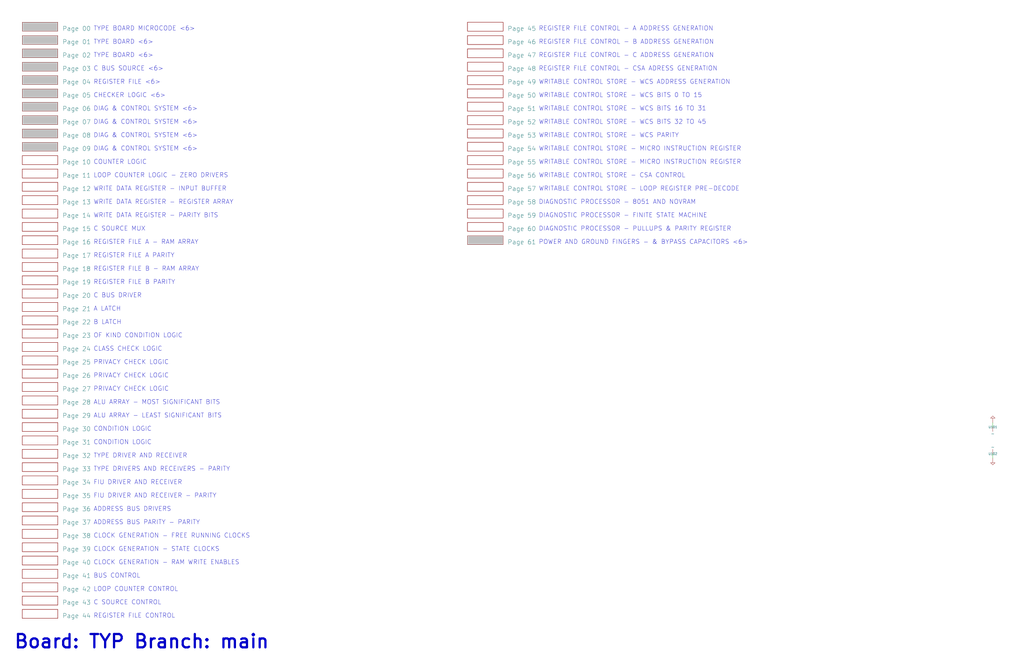
<source format=kicad_sch>
(kicad_sch (version 20220404) (generator eeschema)
  (paper "User" 584.2 378.46)
  (title_block (title "TYP Main"))
  (lib_symbols
    (symbol "r1000:PD" (power) (pin_numbers hide) (pin_names hide) (in_bom no)
      (symbol "PD_0_1"
        (polyline (pts (xy 0 -2.54) (xy 1.27 -2.54) (xy 0 -3.81) (xy -1.27 -2.54) (xy 0 -2.54)) (stroke (width 0.1524)))
      )
      (symbol "PD_1_1"
        (pin power_in line (at 0 0 270) (length 2.54) (name "PD") (number "1"))
      )
    )
    (symbol "r1000:PU" (power) (pin_numbers hide) (pin_names hide)
      (symbol "PU_0_1"
        (polyline (pts (xy 0 2.54) (xy -1.27 2.54) (xy 0 3.81) (xy 1.27 2.54) (xy 0 2.54)) (stroke (width 0.1524)))
      )
      (symbol "PU_1_1"
        (pin power_in line (at 0 0 90) (length 2.54) (name "PU") (number "1"))
      )
    )
    (symbol "r1000:Pull_Down" (pin_numbers hide) (pin_names hide)
      (property "Reference" "U" (at 0 0 0))
      (property "Value" "Pull_Down" (at 0 3.81 0))
      (symbol "Pull_Down_1_1"
        (pin power_out line (at 0 0 90) (length 2.54) (name "Out") (number "1"))
      )
    )
    (symbol "r1000:Pull_Up" (pin_numbers hide) (pin_names hide)
      (property "Reference" "U" (at 0 0 0))
      (property "Value" "Pull_Up" (at 0 -3.81 0))
      (symbol "Pull_Up_1_1"
        (pin power_out line (at 0 0 270) (length 2.54) (name "Out") (number "1"))
      )
    )
  )
  (wire (pts (xy 566.42 259.08) (xy 566.42 261.62)))
  (wire (pts (xy 566.42 241.3) (xy 566.42 243.84)))
  (text "CLOCK GENERATION - RAM WRITE ENABLES" (at 53.34 322.58 0) (effects (font (size 2.54 2.54)) (justify left bottom)))
  (text "TYPE DRIVER AND RECEIVER" (at 53.34 261.62 0) (effects (font (size 2.54 2.54)) (justify left bottom)))
  (text "TYPE BOARD <6>" (at 53.34 33.02 0) (effects (font (size 2.54 2.54)) (justify left bottom)))
  (text "LOOP COUNTER LOGIC - ZERO DRIVERS" (at 53.34 101.6 0) (effects (font (size 2.54 2.54)) (justify left bottom)))
  (text "OF KIND CONDITION LOGIC" (at 53.34 193.04 0) (effects (font (size 2.54 2.54)) (justify left bottom)))
  (text "FIU DRIVER AND RECEIVER - PARITY" (at 53.34 284.48 0) (effects (font (size 2.54 2.54)) (justify left bottom)))
  (text "CLASS CHECK LOGIC" (at 53.34 200.66 0) (effects (font (size 2.54 2.54)) (justify left bottom)))
  (text "CHECKER LOGIC <6>" (at 53.34 55.88 0) (effects (font (size 2.54 2.54)) (justify left bottom)))
  (text "REGISTER FILE B - RAM ARRAY" (at 53.34 154.94 0) (effects (font (size 2.54 2.54)) (justify left bottom)))
  (text "WRITE DATA REGISTER - PARITY BITS" (at 53.34 124.46 0) (effects (font (size 2.54 2.54)) (justify left bottom)))
  (text "CONDITION LOGIC" (at 53.34 246.38 0) (effects (font (size 2.54 2.54)) (justify left bottom)))
  (text "REGISTER FILE <6>" (at 53.34 48.26 0) (effects (font (size 2.54 2.54)) (justify left bottom)))
  (text "REGISTER FILE B PARITY" (at 53.34 162.56 0) (effects (font (size 2.54 2.54)) (justify left bottom)))
  (text "WRITABLE CONTROL STORE - WCS BITS 32 TO 45" (at 307.34 71.12 0) (effects (font (size 2.54 2.54)) (justify left bottom)))
  (text "WRITABLE CONTROL STORE - WCS PARITY" (at 307.34 78.74 0) (effects (font (size 2.54 2.54)) (justify left bottom)))
  (text "WRITABLE CONTROL STORE - MICRO INSTRUCTION REGISTER" (at 307.34 93.98 0) (effects (font (size 2.54 2.54)) (justify left bottom)))
  (text "REGISTER FILE A - RAM ARRAY" (at 53.34 139.7 0) (effects (font (size 2.54 2.54)) (justify left bottom)))
  (text "BUS CONTROL" (at 53.34 330.2 0) (effects (font (size 2.54 2.54)) (justify left bottom)))
  (text "TYPE DRIVERS AND RECEIVERS - PARITY" (at 53.34 269.24 0) (effects (font (size 2.54 2.54)) (justify left bottom)))
  (text "WRITABLE CONTROL STORE - WCS BITS 0 TO 15" (at 307.34 55.88 0) (effects (font (size 2.54 2.54)) (justify left bottom)))
  (text "COUNTER LOGIC" (at 53.34 93.98 0) (effects (font (size 2.54 2.54)) (justify left bottom)))
  (text "WRITE DATA REGISTER - INPUT BUFFER" (at 53.34 109.22 0) (effects (font (size 2.54 2.54)) (justify left bottom)))
  (text "REGISTER FILE CONTROL - CSA ADRESS GENERATION" (at 307.34 40.64 0) (effects (font (size 2.54 2.54)) (justify left bottom)))
  (text "REGISTER FILE CONTROL" (at 53.34 353.06 0) (effects (font (size 2.54 2.54)) (justify left bottom)))
  (text "TYPE BOARD MICROCODE <6>" (at 53.34 17.78 0) (effects (font (size 2.54 2.54)) (justify left bottom)))
  (text "C SOURCE CONTROL" (at 53.34 345.44 0) (effects (font (size 2.54 2.54)) (justify left bottom)))
  (text "POWER AND GROUND FINGERS - & BYPASS CAPACITORS <6>" (at 307.34 139.7 0) (effects (font (size 2.54 2.54)) (justify left bottom)))
  (text "WRITABLE CONTROL STORE - WCS ADDRESS GENERATION" (at 307.34 48.26 0) (effects (font (size 2.54 2.54)) (justify left bottom)))
  (text "A LATCH" (at 53.34 177.8 0) (effects (font (size 2.54 2.54)) (justify left bottom)))
  (text "REGISTER FILE CONTROL - C ADDRESS GENERATION" (at 307.34 33.02 0) (effects (font (size 2.54 2.54)) (justify left bottom)))
  (text "DIAG & CONTROL SYSTEM <6>" (at 53.34 78.74 0) (effects (font (size 2.54 2.54)) (justify left bottom)))
  (text "WRITABLE CONTROL STORE - MICRO INSTRUCTION REGISTER" (at 307.34 86.36 0) (effects (font (size 2.54 2.54)) (justify left bottom)))
  (text "WRITABLE CONTROL STORE - WCS BITS 16 TO 31" (at 307.34 63.5 0) (effects (font (size 2.54 2.54)) (justify left bottom)))
  (text "CLOCK GENERATION - FREE RUNNING CLOCKS" (at 53.34 307.34 0) (effects (font (size 2.54 2.54)) (justify left bottom)))
  (text "DIAG & CONTROL SYSTEM <6>" (at 53.34 63.5 0) (effects (font (size 2.54 2.54)) (justify left bottom)))
  (text "ADDRESS BUS PARITY - PARITY" (at 53.34 299.72 0) (effects (font (size 2.54 2.54)) (justify left bottom)))
  (text "C BUS DRIVER" (at 53.34 170.18 0) (effects (font (size 2.54 2.54)) (justify left bottom)))
  (text "DIAGNOSTIC PROCESSOR - PULLUPS & PARITY REGISTER" (at 307.34 132.08 0) (effects (font (size 2.54 2.54)) (justify left bottom)))
  (text "LOOP COUNTER CONTROL" (at 53.34 337.82 0) (effects (font (size 2.54 2.54)) (justify left bottom)))
  (text "ALU ARRAY - LEAST SIGNIFICANT BITS" (at 53.34 238.76 0) (effects (font (size 2.54 2.54)) (justify left bottom)))
  (text "DIAGNOSTIC PROCESSOR - FINITE STATE MACHINE" (at 307.34 124.46 0) (effects (font (size 2.54 2.54)) (justify left bottom)))
  (text "PRIVACY CHECK LOGIC" (at 53.34 208.28 0) (effects (font (size 2.54 2.54)) (justify left bottom)))
  (text "DIAG & CONTROL SYSTEM <6>" (at 53.34 71.12 0) (effects (font (size 2.54 2.54)) (justify left bottom)))
  (text "B LATCH" (at 53.34 185.42 0) (effects (font (size 2.54 2.54)) (justify left bottom)))
  (text "CLOCK GENERATION - STATE CLOCKS" (at 53.34 314.96 0) (effects (font (size 2.54 2.54)) (justify left bottom)))
  (text "TYPE BOARD <6>" (at 53.34 25.4 0) (effects (font (size 2.54 2.54)) (justify left bottom)))
  (text "REGISTER FILE CONTROL - B ADDRESS GENERATION" (at 307.34 25.4 0) (effects (font (size 2.54 2.54)) (justify left bottom)))
  (text "WRITE DATA REGISTER - REGISTER ARRAY" (at 53.34 116.84 0) (effects (font (size 2.54 2.54)) (justify left bottom)))
  (text "PRIVACY CHECK LOGIC" (at 53.34 223.52 0) (effects (font (size 2.54 2.54)) (justify left bottom)))
  (text "ADDRESS BUS DRIVERS" (at 53.34 292.1 0) (effects (font (size 2.54 2.54)) (justify left bottom)))
  (text "C BUS SOURCE <6>" (at 53.34 40.64 0) (effects (font (size 2.54 2.54)) (justify left bottom)))
  (text "Board: TYP Branch: main" (at 7.62 370.84 0) (effects (font (size 7.62 7.62) (thickness 1.27) bold) (justify left bottom)))
  (text "FIU DRIVER AND RECEIVER" (at 53.34 276.86 0) (effects (font (size 2.54 2.54)) (justify left bottom)))
  (text "DIAG & CONTROL SYSTEM <6>" (at 53.34 86.36 0) (effects (font (size 2.54 2.54)) (justify left bottom)))
  (text "WRITABLE CONTROL STORE - LOOP REGISTER PRE-DECODE" (at 307.34 109.22 0) (effects (font (size 2.54 2.54)) (justify left bottom)))
  (text "C SOURCE MUX" (at 53.34 132.08 0) (effects (font (size 2.54 2.54)) (justify left bottom)))
  (text "PRIVACY CHECK LOGIC" (at 53.34 215.9 0) (effects (font (size 2.54 2.54)) (justify left bottom)))
  (text "DIAGNOSTIC PROCESSOR - 8051 AND NOVRAM" (at 307.34 116.84 0) (effects (font (size 2.54 2.54)) (justify left bottom)))
  (text "WRITABLE CONTROL STORE - CSA CONTROL" (at 307.34 101.6 0) (effects (font (size 2.54 2.54)) (justify left bottom)))
  (text "REGISTER FILE A PARITY" (at 53.34 147.32 0) (effects (font (size 2.54 2.54)) (justify left bottom)))
  (text "ALU ARRAY - MOST SIGNIFICANT BITS" (at 53.34 231.14 0) (effects (font (size 2.54 2.54)) (justify left bottom)))
  (text "CONDITION LOGIC" (at 53.34 254 0) (effects (font (size 2.54 2.54)) (justify left bottom)))
  (text "REGISTER FILE CONTROL - A ADDRESS GENERATION" (at 307.34 17.78 0) (effects (font (size 2.54 2.54)) (justify left bottom)))
  (symbol (lib_id "r1000:PD") (at 566.42 261.62 0) (unit 1) (in_bom no)
    (default_instance (reference "U") (unit 1) (value "") (footprint ""))
    (property "Reference" "#PWR0102" (effects hide))
  )
  (symbol (lib_id "r1000:Pull_Up") (at 566.42 243.84 0) (unit 1)
    (default_instance (reference "U") (unit 1) (value "") (footprint ""))
    (property "Reference" "U101" (at 566.42 243.84 0))
    (property "Value" "~" (at 566.42 247.65 0) (effects (font (size 2.54 2.54))))
  )
  (symbol (lib_id "r1000:Pull_Down") (at 566.42 259.08 0) (unit 1)
    (default_instance (reference "U") (unit 1) (value "") (footprint ""))
    (property "Reference" "U102" (at 566.42 259.08 0))
    (property "Value" "~" (at 566.42 255.27 0) (effects (font (size 2.54 2.54))))
  )
  (symbol (lib_id "r1000:PU") (at 566.42 241.3 0) (unit 1)
    (default_instance (reference "U") (unit 1) (value "") (footprint ""))
    (property "Reference" "#PWR0101" (effects hide))
  )
  (sheet (at 266.7 81.28) (size 20.32 5.08)
    (property "Sheetname" "Page 54" (at 289.56 86.36 0) (effects (font (size 2.54 2.54)) (justify left bottom)))
    (property "Sheetfile" "pg_54.kicad_sch" (effects hide))
  )
  (sheet (at 12.7 218.44) (size 20.32 5.08)
    (property "Sheetname" "Page 27" (at 35.56 223.52 0) (effects (font (size 2.54 2.54)) (justify left bottom)))
    (property "Sheetfile" "pg_27.kicad_sch" (effects hide))
  )
  (sheet (at 12.7 241.3) (size 20.32 5.08)
    (property "Sheetname" "Page 30" (at 35.56 246.38 0) (effects (font (size 2.54 2.54)) (justify left bottom)))
    (property "Sheetfile" "pg_30.kicad_sch" (effects hide))
  )
  (sheet (at 12.7 347.98) (size 20.32 5.08)
    (property "Sheetname" "Page 44" (at 35.56 353.06 0) (effects (font (size 2.54 2.54)) (justify left bottom)))
    (property "Sheetfile" "pg_44.kicad_sch" (effects hide))
  )
  (sheet (at 266.7 27.94) (size 20.32 5.08)
    (property "Sheetname" "Page 47" (at 289.56 33.02 0) (effects (font (size 2.54 2.54)) (justify left bottom)))
    (property "Sheetfile" "pg_47.kicad_sch" (effects hide))
  )
  (sheet (at 12.7 309.88) (size 20.32 5.08)
    (property "Sheetname" "Page 39" (at 35.56 314.96 0) (effects (font (size 2.54 2.54)) (justify left bottom)))
    (property "Sheetfile" "pg_39.kicad_sch" (effects hide))
  )
  (sheet (at 266.7 96.52) (size 20.32 5.08)
    (property "Sheetname" "Page 56" (at 289.56 101.6 0) (effects (font (size 2.54 2.54)) (justify left bottom)))
    (property "Sheetfile" "pg_56.kicad_sch" (effects hide))
  )
  (sheet (at 12.7 104.14) (size 20.32 5.08)
    (property "Sheetname" "Page 12" (at 35.56 109.22 0) (effects (font (size 2.54 2.54)) (justify left bottom)))
    (property "Sheetfile" "pg_12.kicad_sch" (effects hide))
  )
  (sheet (at 12.7 35.56) (size 20.32 5.08) (fill (color 192 192 192 1.0000))
    (property "Sheetname" "Page 03" (at 35.56 40.64 0) (effects (font (size 2.54 2.54)) (justify left bottom)))
    (property "Sheetfile" "pg_03.kicad_sch" (effects hide))
  )
  (sheet (at 266.7 50.8) (size 20.32 5.08)
    (property "Sheetname" "Page 50" (at 289.56 55.88 0) (effects (font (size 2.54 2.54)) (justify left bottom)))
    (property "Sheetfile" "pg_50.kicad_sch" (effects hide))
  )
  (sheet (at 266.7 35.56) (size 20.32 5.08)
    (property "Sheetname" "Page 48" (at 289.56 40.64 0) (effects (font (size 2.54 2.54)) (justify left bottom)))
    (property "Sheetfile" "pg_48.kicad_sch" (effects hide))
  )
  (sheet (at 12.7 157.48) (size 20.32 5.08)
    (property "Sheetname" "Page 19" (at 35.56 162.56 0) (effects (font (size 2.54 2.54)) (justify left bottom)))
    (property "Sheetfile" "pg_19.kicad_sch" (effects hide))
  )
  (sheet (at 12.7 317.5) (size 20.32 5.08)
    (property "Sheetname" "Page 40" (at 35.56 322.58 0) (effects (font (size 2.54 2.54)) (justify left bottom)))
    (property "Sheetfile" "pg_40.kicad_sch" (effects hide))
  )
  (sheet (at 266.7 104.14) (size 20.32 5.08)
    (property "Sheetname" "Page 57" (at 289.56 109.22 0) (effects (font (size 2.54 2.54)) (justify left bottom)))
    (property "Sheetfile" "pg_57.kicad_sch" (effects hide))
  )
  (sheet (at 266.7 88.9) (size 20.32 5.08)
    (property "Sheetname" "Page 55" (at 289.56 93.98 0) (effects (font (size 2.54 2.54)) (justify left bottom)))
    (property "Sheetfile" "pg_55.kicad_sch" (effects hide))
  )
  (sheet (at 12.7 203.2) (size 20.32 5.08)
    (property "Sheetname" "Page 25" (at 35.56 208.28 0) (effects (font (size 2.54 2.54)) (justify left bottom)))
    (property "Sheetfile" "pg_25.kicad_sch" (effects hide))
  )
  (sheet (at 266.7 73.66) (size 20.32 5.08)
    (property "Sheetname" "Page 53" (at 289.56 78.74 0) (effects (font (size 2.54 2.54)) (justify left bottom)))
    (property "Sheetfile" "pg_53.kicad_sch" (effects hide))
  )
  (sheet (at 12.7 81.28) (size 20.32 5.08) (fill (color 192 192 192 1.0000))
    (property "Sheetname" "Page 09" (at 35.56 86.36 0) (effects (font (size 2.54 2.54)) (justify left bottom)))
    (property "Sheetfile" "pg_09.kicad_sch" (effects hide))
  )
  (sheet (at 12.7 172.72) (size 20.32 5.08)
    (property "Sheetname" "Page 21" (at 35.56 177.8 0) (effects (font (size 2.54 2.54)) (justify left bottom)))
    (property "Sheetfile" "pg_21.kicad_sch" (effects hide))
  )
  (sheet (at 266.7 20.32) (size 20.32 5.08)
    (property "Sheetname" "Page 46" (at 289.56 25.4 0) (effects (font (size 2.54 2.54)) (justify left bottom)))
    (property "Sheetfile" "pg_46.kicad_sch" (effects hide))
  )
  (sheet (at 12.7 302.26) (size 20.32 5.08)
    (property "Sheetname" "Page 38" (at 35.56 307.34 0) (effects (font (size 2.54 2.54)) (justify left bottom)))
    (property "Sheetfile" "pg_38.kicad_sch" (effects hide))
  )
  (sheet (at 12.7 279.4) (size 20.32 5.08)
    (property "Sheetname" "Page 35" (at 35.56 284.48 0) (effects (font (size 2.54 2.54)) (justify left bottom)))
    (property "Sheetfile" "pg_35.kicad_sch" (effects hide))
  )
  (sheet (at 12.7 88.9) (size 20.32 5.08)
    (property "Sheetname" "Page 10" (at 35.56 93.98 0) (effects (font (size 2.54 2.54)) (justify left bottom)))
    (property "Sheetfile" "pg_10.kicad_sch" (effects hide))
  )
  (sheet (at 12.7 50.8) (size 20.32 5.08) (fill (color 192 192 192 1.0000))
    (property "Sheetname" "Page 05" (at 35.56 55.88 0) (effects (font (size 2.54 2.54)) (justify left bottom)))
    (property "Sheetfile" "pg_05.kicad_sch" (effects hide))
  )
  (sheet (at 12.7 165.1) (size 20.32 5.08)
    (property "Sheetname" "Page 20" (at 35.56 170.18 0) (effects (font (size 2.54 2.54)) (justify left bottom)))
    (property "Sheetfile" "pg_20.kicad_sch" (effects hide))
  )
  (sheet (at 12.7 12.7) (size 20.32 5.08) (fill (color 192 192 192 1.0000))
    (property "Sheetname" "Page 00" (at 35.56 17.78 0) (effects (font (size 2.54 2.54)) (justify left bottom)))
    (property "Sheetfile" "pg_00.kicad_sch" (effects hide))
  )
  (sheet (at 12.7 294.64) (size 20.32 5.08)
    (property "Sheetname" "Page 37" (at 35.56 299.72 0) (effects (font (size 2.54 2.54)) (justify left bottom)))
    (property "Sheetfile" "pg_37.kicad_sch" (effects hide))
  )
  (sheet (at 266.7 119.38) (size 20.32 5.08)
    (property "Sheetname" "Page 59" (at 289.56 124.46 0) (effects (font (size 2.54 2.54)) (justify left bottom)))
    (property "Sheetfile" "pg_59.kicad_sch" (effects hide))
  )
  (sheet (at 12.7 127) (size 20.32 5.08)
    (property "Sheetname" "Page 15" (at 35.56 132.08 0) (effects (font (size 2.54 2.54)) (justify left bottom)))
    (property "Sheetfile" "pg_15.kicad_sch" (effects hide))
  )
  (sheet (at 266.7 134.62) (size 20.32 5.08) (fill (color 192 192 192 1.0000))
    (property "Sheetname" "Page 61" (at 289.56 139.7 0) (effects (font (size 2.54 2.54)) (justify left bottom)))
    (property "Sheetfile" "pg_61.kicad_sch" (effects hide))
  )
  (sheet (at 12.7 187.96) (size 20.32 5.08)
    (property "Sheetname" "Page 23" (at 35.56 193.04 0) (effects (font (size 2.54 2.54)) (justify left bottom)))
    (property "Sheetfile" "pg_23.kicad_sch" (effects hide))
  )
  (sheet (at 12.7 340.36) (size 20.32 5.08)
    (property "Sheetname" "Page 43" (at 35.56 345.44 0) (effects (font (size 2.54 2.54)) (justify left bottom)))
    (property "Sheetfile" "pg_43.kicad_sch" (effects hide))
  )
  (sheet (at 266.7 127) (size 20.32 5.08)
    (property "Sheetname" "Page 60" (at 289.56 132.08 0) (effects (font (size 2.54 2.54)) (justify left bottom)))
    (property "Sheetfile" "pg_60.kicad_sch" (effects hide))
  )
  (sheet (at 266.7 111.76) (size 20.32 5.08)
    (property "Sheetname" "Page 58" (at 289.56 116.84 0) (effects (font (size 2.54 2.54)) (justify left bottom)))
    (property "Sheetfile" "pg_58.kicad_sch" (effects hide))
  )
  (sheet (at 12.7 332.74) (size 20.32 5.08)
    (property "Sheetname" "Page 42" (at 35.56 337.82 0) (effects (font (size 2.54 2.54)) (justify left bottom)))
    (property "Sheetfile" "pg_42.kicad_sch" (effects hide))
  )
  (sheet (at 12.7 180.34) (size 20.32 5.08)
    (property "Sheetname" "Page 22" (at 35.56 185.42 0) (effects (font (size 2.54 2.54)) (justify left bottom)))
    (property "Sheetfile" "pg_22.kicad_sch" (effects hide))
  )
  (sheet (at 12.7 20.32) (size 20.32 5.08) (fill (color 192 192 192 1.0000))
    (property "Sheetname" "Page 01" (at 35.56 25.4 0) (effects (font (size 2.54 2.54)) (justify left bottom)))
    (property "Sheetfile" "pg_01.kicad_sch" (effects hide))
  )
  (sheet (at 12.7 58.42) (size 20.32 5.08) (fill (color 192 192 192 1.0000))
    (property "Sheetname" "Page 06" (at 35.56 63.5 0) (effects (font (size 2.54 2.54)) (justify left bottom)))
    (property "Sheetfile" "pg_06.kicad_sch" (effects hide))
  )
  (sheet (at 12.7 27.94) (size 20.32 5.08) (fill (color 192 192 192 1.0000))
    (property "Sheetname" "Page 02" (at 35.56 33.02 0) (effects (font (size 2.54 2.54)) (justify left bottom)))
    (property "Sheetfile" "pg_02.kicad_sch" (effects hide))
  )
  (sheet (at 12.7 256.54) (size 20.32 5.08)
    (property "Sheetname" "Page 32" (at 35.56 261.62 0) (effects (font (size 2.54 2.54)) (justify left bottom)))
    (property "Sheetfile" "pg_32.kicad_sch" (effects hide))
  )
  (sheet (at 12.7 287.02) (size 20.32 5.08)
    (property "Sheetname" "Page 36" (at 35.56 292.1 0) (effects (font (size 2.54 2.54)) (justify left bottom)))
    (property "Sheetfile" "pg_36.kicad_sch" (effects hide))
  )
  (sheet (at 12.7 149.86) (size 20.32 5.08)
    (property "Sheetname" "Page 18" (at 35.56 154.94 0) (effects (font (size 2.54 2.54)) (justify left bottom)))
    (property "Sheetfile" "pg_18.kicad_sch" (effects hide))
  )
  (sheet (at 266.7 43.18) (size 20.32 5.08)
    (property "Sheetname" "Page 49" (at 289.56 48.26 0) (effects (font (size 2.54 2.54)) (justify left bottom)))
    (property "Sheetfile" "pg_49.kicad_sch" (effects hide))
  )
  (sheet (at 266.7 66.04) (size 20.32 5.08)
    (property "Sheetname" "Page 52" (at 289.56 71.12 0) (effects (font (size 2.54 2.54)) (justify left bottom)))
    (property "Sheetfile" "pg_52.kicad_sch" (effects hide))
  )
  (sheet (at 12.7 195.58) (size 20.32 5.08)
    (property "Sheetname" "Page 24" (at 35.56 200.66 0) (effects (font (size 2.54 2.54)) (justify left bottom)))
    (property "Sheetfile" "pg_24.kicad_sch" (effects hide))
  )
  (sheet (at 12.7 142.24) (size 20.32 5.08)
    (property "Sheetname" "Page 17" (at 35.56 147.32 0) (effects (font (size 2.54 2.54)) (justify left bottom)))
    (property "Sheetfile" "pg_17.kicad_sch" (effects hide))
  )
  (sheet (at 12.7 66.04) (size 20.32 5.08) (fill (color 192 192 192 1.0000))
    (property "Sheetname" "Page 07" (at 35.56 71.12 0) (effects (font (size 2.54 2.54)) (justify left bottom)))
    (property "Sheetfile" "pg_07.kicad_sch" (effects hide))
  )
  (sheet (at 12.7 111.76) (size 20.32 5.08)
    (property "Sheetname" "Page 13" (at 35.56 116.84 0) (effects (font (size 2.54 2.54)) (justify left bottom)))
    (property "Sheetfile" "pg_13.kicad_sch" (effects hide))
  )
  (sheet (at 266.7 12.7) (size 20.32 5.08)
    (property "Sheetname" "Page 45" (at 289.56 17.78 0) (effects (font (size 2.54 2.54)) (justify left bottom)))
    (property "Sheetfile" "pg_45.kicad_sch" (effects hide))
  )
  (sheet (at 12.7 248.92) (size 20.32 5.08)
    (property "Sheetname" "Page 31" (at 35.56 254 0) (effects (font (size 2.54 2.54)) (justify left bottom)))
    (property "Sheetfile" "pg_31.kicad_sch" (effects hide))
  )
  (sheet (at 12.7 271.78) (size 20.32 5.08)
    (property "Sheetname" "Page 34" (at 35.56 276.86 0) (effects (font (size 2.54 2.54)) (justify left bottom)))
    (property "Sheetfile" "pg_34.kicad_sch" (effects hide))
  )
  (sheet (at 12.7 325.12) (size 20.32 5.08)
    (property "Sheetname" "Page 41" (at 35.56 330.2 0) (effects (font (size 2.54 2.54)) (justify left bottom)))
    (property "Sheetfile" "pg_41.kicad_sch" (effects hide))
  )
  (sheet (at 12.7 226.06) (size 20.32 5.08)
    (property "Sheetname" "Page 28" (at 35.56 231.14 0) (effects (font (size 2.54 2.54)) (justify left bottom)))
    (property "Sheetfile" "pg_28.kicad_sch" (effects hide))
  )
  (sheet (at 12.7 73.66) (size 20.32 5.08) (fill (color 192 192 192 1.0000))
    (property "Sheetname" "Page 08" (at 35.56 78.74 0) (effects (font (size 2.54 2.54)) (justify left bottom)))
    (property "Sheetfile" "pg_08.kicad_sch" (effects hide))
  )
  (sheet (at 12.7 43.18) (size 20.32 5.08) (fill (color 192 192 192 1.0000))
    (property "Sheetname" "Page 04" (at 35.56 48.26 0) (effects (font (size 2.54 2.54)) (justify left bottom)))
    (property "Sheetfile" "pg_04.kicad_sch" (effects hide))
  )
  (sheet (at 12.7 134.62) (size 20.32 5.08)
    (property "Sheetname" "Page 16" (at 35.56 139.7 0) (effects (font (size 2.54 2.54)) (justify left bottom)))
    (property "Sheetfile" "pg_16.kicad_sch" (effects hide))
  )
  (sheet (at 12.7 119.38) (size 20.32 5.08)
    (property "Sheetname" "Page 14" (at 35.56 124.46 0) (effects (font (size 2.54 2.54)) (justify left bottom)))
    (property "Sheetfile" "pg_14.kicad_sch" (effects hide))
  )
  (sheet (at 12.7 264.16) (size 20.32 5.08)
    (property "Sheetname" "Page 33" (at 35.56 269.24 0) (effects (font (size 2.54 2.54)) (justify left bottom)))
    (property "Sheetfile" "pg_33.kicad_sch" (effects hide))
  )
  (sheet (at 12.7 96.52) (size 20.32 5.08)
    (property "Sheetname" "Page 11" (at 35.56 101.6 0) (effects (font (size 2.54 2.54)) (justify left bottom)))
    (property "Sheetfile" "pg_11.kicad_sch" (effects hide))
  )
  (sheet (at 266.7 58.42) (size 20.32 5.08)
    (property "Sheetname" "Page 51" (at 289.56 63.5 0) (effects (font (size 2.54 2.54)) (justify left bottom)))
    (property "Sheetfile" "pg_51.kicad_sch" (effects hide))
  )
  (sheet (at 12.7 210.82) (size 20.32 5.08)
    (property "Sheetname" "Page 26" (at 35.56 215.9 0) (effects (font (size 2.54 2.54)) (justify left bottom)))
    (property "Sheetfile" "pg_26.kicad_sch" (effects hide))
  )
  (sheet (at 12.7 233.68) (size 20.32 5.08)
    (property "Sheetname" "Page 29" (at 35.56 238.76 0) (effects (font (size 2.54 2.54)) (justify left bottom)))
    (property "Sheetfile" "pg_29.kicad_sch" (effects hide))
  )
)
</source>
